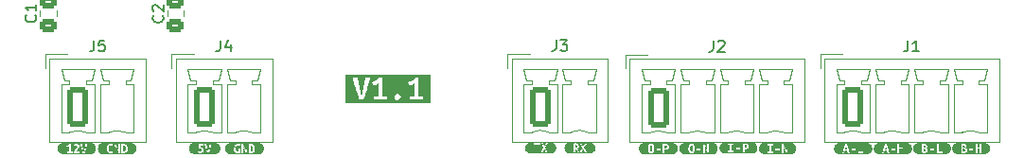
<source format=gbr>
%TF.GenerationSoftware,KiCad,Pcbnew,8.0.3*%
%TF.CreationDate,2024-08-02T17:34:24+01:00*%
%TF.ProjectId,FCPC Breakout PCB,46435043-2042-4726-9561-6b6f75742050,V1.1*%
%TF.SameCoordinates,Original*%
%TF.FileFunction,Legend,Top*%
%TF.FilePolarity,Positive*%
%FSLAX46Y46*%
G04 Gerber Fmt 4.6, Leading zero omitted, Abs format (unit mm)*
G04 Created by KiCad (PCBNEW 8.0.3) date 2024-08-02 17:34:24*
%MOMM*%
%LPD*%
G01*
G04 APERTURE LIST*
G04 Aperture macros list*
%AMRoundRect*
0 Rectangle with rounded corners*
0 $1 Rounding radius*
0 $2 $3 $4 $5 $6 $7 $8 $9 X,Y pos of 4 corners*
0 Add a 4 corners polygon primitive as box body*
4,1,4,$2,$3,$4,$5,$6,$7,$8,$9,$2,$3,0*
0 Add four circle primitives for the rounded corners*
1,1,$1+$1,$2,$3*
1,1,$1+$1,$4,$5*
1,1,$1+$1,$6,$7*
1,1,$1+$1,$8,$9*
0 Add four rect primitives between the rounded corners*
20,1,$1+$1,$2,$3,$4,$5,0*
20,1,$1+$1,$4,$5,$6,$7,0*
20,1,$1+$1,$6,$7,$8,$9,0*
20,1,$1+$1,$8,$9,$2,$3,0*%
G04 Aperture macros list end*
%ADD10C,0.150000*%
%ADD11C,0.000000*%
%ADD12C,0.120000*%
%ADD13RoundRect,0.250000X-0.650000X-1.550000X0.650000X-1.550000X0.650000X1.550000X-0.650000X1.550000X0*%
%ADD14O,1.800000X3.600000*%
%ADD15RoundRect,0.250000X-0.475000X0.337500X-0.475000X-0.337500X0.475000X-0.337500X0.475000X0.337500X0*%
%ADD16C,3.200000*%
%ADD17R,1.700000X1.700000*%
%ADD18O,1.700000X1.700000*%
G04 APERTURE END LIST*
D10*
X154883466Y-121512819D02*
X154883466Y-122227104D01*
X154883466Y-122227104D02*
X154835847Y-122369961D01*
X154835847Y-122369961D02*
X154740609Y-122465200D01*
X154740609Y-122465200D02*
X154597752Y-122512819D01*
X154597752Y-122512819D02*
X154502514Y-122512819D01*
X155264419Y-121512819D02*
X155883466Y-121512819D01*
X155883466Y-121512819D02*
X155550133Y-121893771D01*
X155550133Y-121893771D02*
X155692990Y-121893771D01*
X155692990Y-121893771D02*
X155788228Y-121941390D01*
X155788228Y-121941390D02*
X155835847Y-121989009D01*
X155835847Y-121989009D02*
X155883466Y-122084247D01*
X155883466Y-122084247D02*
X155883466Y-122322342D01*
X155883466Y-122322342D02*
X155835847Y-122417580D01*
X155835847Y-122417580D02*
X155788228Y-122465200D01*
X155788228Y-122465200D02*
X155692990Y-122512819D01*
X155692990Y-122512819D02*
X155407276Y-122512819D01*
X155407276Y-122512819D02*
X155312038Y-122465200D01*
X155312038Y-122465200D02*
X155264419Y-122417580D01*
X119678280Y-119325566D02*
X119725900Y-119373185D01*
X119725900Y-119373185D02*
X119773519Y-119516042D01*
X119773519Y-119516042D02*
X119773519Y-119611280D01*
X119773519Y-119611280D02*
X119725900Y-119754137D01*
X119725900Y-119754137D02*
X119630661Y-119849375D01*
X119630661Y-119849375D02*
X119535423Y-119896994D01*
X119535423Y-119896994D02*
X119344947Y-119944613D01*
X119344947Y-119944613D02*
X119202090Y-119944613D01*
X119202090Y-119944613D02*
X119011614Y-119896994D01*
X119011614Y-119896994D02*
X118916376Y-119849375D01*
X118916376Y-119849375D02*
X118821138Y-119754137D01*
X118821138Y-119754137D02*
X118773519Y-119611280D01*
X118773519Y-119611280D02*
X118773519Y-119516042D01*
X118773519Y-119516042D02*
X118821138Y-119373185D01*
X118821138Y-119373185D02*
X118868757Y-119325566D01*
X118868757Y-118944613D02*
X118821138Y-118896994D01*
X118821138Y-118896994D02*
X118773519Y-118801756D01*
X118773519Y-118801756D02*
X118773519Y-118563661D01*
X118773519Y-118563661D02*
X118821138Y-118468423D01*
X118821138Y-118468423D02*
X118868757Y-118420804D01*
X118868757Y-118420804D02*
X118963995Y-118373185D01*
X118963995Y-118373185D02*
X119059233Y-118373185D01*
X119059233Y-118373185D02*
X119202090Y-118420804D01*
X119202090Y-118420804D02*
X119773519Y-118992232D01*
X119773519Y-118992232D02*
X119773519Y-118373185D01*
X108299080Y-119274766D02*
X108346700Y-119322385D01*
X108346700Y-119322385D02*
X108394319Y-119465242D01*
X108394319Y-119465242D02*
X108394319Y-119560480D01*
X108394319Y-119560480D02*
X108346700Y-119703337D01*
X108346700Y-119703337D02*
X108251461Y-119798575D01*
X108251461Y-119798575D02*
X108156223Y-119846194D01*
X108156223Y-119846194D02*
X107965747Y-119893813D01*
X107965747Y-119893813D02*
X107822890Y-119893813D01*
X107822890Y-119893813D02*
X107632414Y-119846194D01*
X107632414Y-119846194D02*
X107537176Y-119798575D01*
X107537176Y-119798575D02*
X107441938Y-119703337D01*
X107441938Y-119703337D02*
X107394319Y-119560480D01*
X107394319Y-119560480D02*
X107394319Y-119465242D01*
X107394319Y-119465242D02*
X107441938Y-119322385D01*
X107441938Y-119322385D02*
X107489557Y-119274766D01*
X108394319Y-118322385D02*
X108394319Y-118893813D01*
X108394319Y-118608099D02*
X107394319Y-118608099D01*
X107394319Y-118608099D02*
X107537176Y-118703337D01*
X107537176Y-118703337D02*
X107632414Y-118798575D01*
X107632414Y-118798575D02*
X107680033Y-118893813D01*
X124855366Y-121545719D02*
X124855366Y-122260004D01*
X124855366Y-122260004D02*
X124807747Y-122402861D01*
X124807747Y-122402861D02*
X124712509Y-122498100D01*
X124712509Y-122498100D02*
X124569652Y-122545719D01*
X124569652Y-122545719D02*
X124474414Y-122545719D01*
X125760128Y-121879052D02*
X125760128Y-122545719D01*
X125522033Y-121498100D02*
X125283938Y-122212385D01*
X125283938Y-122212385D02*
X125902985Y-122212385D01*
X113526966Y-121545719D02*
X113526966Y-122260004D01*
X113526966Y-122260004D02*
X113479347Y-122402861D01*
X113479347Y-122402861D02*
X113384109Y-122498100D01*
X113384109Y-122498100D02*
X113241252Y-122545719D01*
X113241252Y-122545719D02*
X113146014Y-122545719D01*
X114479347Y-121545719D02*
X114003157Y-121545719D01*
X114003157Y-121545719D02*
X113955538Y-122021909D01*
X113955538Y-122021909D02*
X114003157Y-121974290D01*
X114003157Y-121974290D02*
X114098395Y-121926671D01*
X114098395Y-121926671D02*
X114336490Y-121926671D01*
X114336490Y-121926671D02*
X114431728Y-121974290D01*
X114431728Y-121974290D02*
X114479347Y-122021909D01*
X114479347Y-122021909D02*
X114526966Y-122117147D01*
X114526966Y-122117147D02*
X114526966Y-122355242D01*
X114526966Y-122355242D02*
X114479347Y-122450480D01*
X114479347Y-122450480D02*
X114431728Y-122498100D01*
X114431728Y-122498100D02*
X114336490Y-122545719D01*
X114336490Y-122545719D02*
X114098395Y-122545719D01*
X114098395Y-122545719D02*
X114003157Y-122498100D01*
X114003157Y-122498100D02*
X113955538Y-122450480D01*
X186368966Y-121545719D02*
X186368966Y-122260004D01*
X186368966Y-122260004D02*
X186321347Y-122402861D01*
X186321347Y-122402861D02*
X186226109Y-122498100D01*
X186226109Y-122498100D02*
X186083252Y-122545719D01*
X186083252Y-122545719D02*
X185988014Y-122545719D01*
X187368966Y-122545719D02*
X186797538Y-122545719D01*
X187083252Y-122545719D02*
X187083252Y-121545719D01*
X187083252Y-121545719D02*
X186988014Y-121688576D01*
X186988014Y-121688576D02*
X186892776Y-121783814D01*
X186892776Y-121783814D02*
X186797538Y-121831433D01*
X168949866Y-121563619D02*
X168949866Y-122277904D01*
X168949866Y-122277904D02*
X168902247Y-122420761D01*
X168902247Y-122420761D02*
X168807009Y-122516000D01*
X168807009Y-122516000D02*
X168664152Y-122563619D01*
X168664152Y-122563619D02*
X168568914Y-122563619D01*
X169378438Y-121658857D02*
X169426057Y-121611238D01*
X169426057Y-121611238D02*
X169521295Y-121563619D01*
X169521295Y-121563619D02*
X169759390Y-121563619D01*
X169759390Y-121563619D02*
X169854628Y-121611238D01*
X169854628Y-121611238D02*
X169902247Y-121658857D01*
X169902247Y-121658857D02*
X169949866Y-121754095D01*
X169949866Y-121754095D02*
X169949866Y-121849333D01*
X169949866Y-121849333D02*
X169902247Y-121992190D01*
X169902247Y-121992190D02*
X169330819Y-122563619D01*
X169330819Y-122563619D02*
X169949866Y-122563619D01*
D11*
%TO.C,kibuzzard-66AD0A64*%
G36*
X143669309Y-127169422D02*
G01*
X142996180Y-127169422D01*
X140708620Y-127169422D01*
X139765163Y-127169422D01*
X137267586Y-127169422D01*
X136708620Y-127169422D01*
X136035491Y-127169422D01*
X136035491Y-124864629D01*
X136708620Y-124864629D01*
X136745776Y-125045566D01*
X136799088Y-125271738D01*
X136841809Y-125441007D01*
X136888121Y-125617098D01*
X136938022Y-125800009D01*
X136990795Y-125986511D01*
X137045723Y-126173371D01*
X137102804Y-126360591D01*
X137187618Y-126627150D01*
X137267586Y-126864629D01*
X137677925Y-126864629D01*
X137739673Y-126692488D01*
X137799986Y-126516397D01*
X137858862Y-126336358D01*
X137915405Y-126155421D01*
X137968717Y-125976638D01*
X138018797Y-125800009D01*
X138087457Y-125542739D01*
X138148038Y-125297586D01*
X138151733Y-125281431D01*
X138437214Y-125281431D01*
X138566455Y-125610995D01*
X138763547Y-125531835D01*
X138970332Y-125417133D01*
X138970332Y-126535066D01*
X138550300Y-126535066D01*
X138550300Y-126864629D01*
X139765163Y-126864629D01*
X139765163Y-126609379D01*
X140417828Y-126609379D01*
X140442061Y-126733773D01*
X140506681Y-126824242D01*
X140598765Y-126880784D01*
X140708620Y-126900171D01*
X140908943Y-126825857D01*
X140996180Y-126609379D01*
X140908943Y-126399363D01*
X140708620Y-126325049D01*
X140598765Y-126344436D01*
X140506681Y-126399363D01*
X140442061Y-126488216D01*
X140417828Y-126609379D01*
X139765163Y-126609379D01*
X139765163Y-126535066D01*
X139367747Y-126535066D01*
X139367747Y-125281431D01*
X141668232Y-125281431D01*
X141797473Y-125610995D01*
X141994565Y-125531835D01*
X142201350Y-125417133D01*
X142201350Y-126535066D01*
X141781318Y-126535066D01*
X141781318Y-126864629D01*
X142996180Y-126864629D01*
X142996180Y-126535066D01*
X142598765Y-126535066D01*
X142598765Y-124864629D01*
X142327360Y-124864629D01*
X142188426Y-124990639D01*
X142017182Y-125106956D01*
X141836245Y-125207117D01*
X141668232Y-125281431D01*
X139367747Y-125281431D01*
X139367747Y-124864629D01*
X139096342Y-124864629D01*
X138957408Y-124990639D01*
X138786164Y-125106956D01*
X138605227Y-125207117D01*
X138437214Y-125281431D01*
X138151733Y-125281431D01*
X138200138Y-125069799D01*
X138243353Y-124864629D01*
X137826552Y-124864629D01*
X137797473Y-125032642D01*
X137761932Y-125226503D01*
X137721544Y-125436116D01*
X137677925Y-125651382D01*
X137631075Y-125867860D01*
X137580995Y-126081108D01*
X137529298Y-126281027D01*
X137477602Y-126457521D01*
X137425502Y-126278604D01*
X137372594Y-126077877D01*
X137320898Y-125864629D01*
X137272432Y-125648151D01*
X137227602Y-125433289D01*
X137186810Y-125224888D01*
X137152885Y-125032238D01*
X137128652Y-124864629D01*
X136708620Y-124864629D01*
X136035491Y-124864629D01*
X136035491Y-124595378D01*
X136708620Y-124595378D01*
X142996180Y-124595378D01*
X143669309Y-124595378D01*
X143669309Y-127169422D01*
G37*
%TO.C,kibuzzard-66AD0A40*%
G36*
X193299521Y-130708948D02*
G01*
X193396581Y-130738391D01*
X193486031Y-130786203D01*
X193564435Y-130850547D01*
X193628780Y-130928951D01*
X193676592Y-131018402D01*
X193706035Y-131115462D01*
X193715976Y-131216400D01*
X193706035Y-131317338D01*
X193676592Y-131414398D01*
X193628780Y-131503849D01*
X193564435Y-131582253D01*
X193486031Y-131646597D01*
X193396581Y-131694409D01*
X193299521Y-131723852D01*
X193198583Y-131733794D01*
X192929331Y-131733794D01*
X192195244Y-131733794D01*
X191340963Y-131733794D01*
X191118669Y-131733794D01*
X190849417Y-131733794D01*
X190748479Y-131723852D01*
X190651419Y-131694409D01*
X190561969Y-131646597D01*
X190483565Y-131582253D01*
X190419220Y-131503849D01*
X190371408Y-131414398D01*
X190341965Y-131317338D01*
X190332024Y-131216400D01*
X190341965Y-131115462D01*
X190371408Y-131018402D01*
X190419220Y-130928951D01*
X190483565Y-130850547D01*
X190513363Y-130826093D01*
X191118669Y-130826093D01*
X191118669Y-131602830D01*
X191174565Y-131613007D01*
X191231108Y-131620277D01*
X191287005Y-131624639D01*
X191340963Y-131626093D01*
X191404775Y-131623024D01*
X191451836Y-131615754D01*
X192399444Y-131615754D01*
X192558410Y-131615754D01*
X192558410Y-131262927D01*
X192770365Y-131262927D01*
X192770365Y-131615754D01*
X192929331Y-131615754D01*
X192929331Y-130815754D01*
X192770365Y-130815754D01*
X192770365Y-131131101D01*
X192558410Y-131131101D01*
X192558410Y-130815754D01*
X192399444Y-130815754D01*
X192399444Y-131615754D01*
X191451836Y-131615754D01*
X191464388Y-131613815D01*
X191518023Y-131597337D01*
X191563903Y-131572458D01*
X191630462Y-131494914D01*
X191648879Y-131440471D01*
X191655018Y-131374074D01*
X191653460Y-131362442D01*
X191841124Y-131362442D01*
X192195244Y-131362442D01*
X192195244Y-131206061D01*
X191841124Y-131206061D01*
X191841124Y-131362442D01*
X191653460Y-131362442D01*
X191647748Y-131319793D01*
X191625939Y-131268096D01*
X191583774Y-131222862D01*
X191515438Y-131187967D01*
X191589751Y-131118177D01*
X191610591Y-131071004D01*
X191617538Y-131017369D01*
X191605906Y-130942410D01*
X191561964Y-130874558D01*
X191472788Y-130825447D01*
X191407522Y-130811392D01*
X191325454Y-130806707D01*
X191218184Y-130812523D01*
X191118669Y-130826093D01*
X190513363Y-130826093D01*
X190561969Y-130786203D01*
X190651419Y-130738391D01*
X190748479Y-130708948D01*
X190849417Y-130699006D01*
X191118669Y-130699006D01*
X192929331Y-130699006D01*
X193198583Y-130699006D01*
X193299521Y-130708948D01*
G37*
G36*
X191461803Y-131290713D02*
G01*
X191498637Y-131374074D01*
X191485712Y-131431586D01*
X191452756Y-131466481D01*
X191406876Y-131483282D01*
X191353887Y-131487805D01*
X191314468Y-131486513D01*
X191277635Y-131482636D01*
X191277635Y-131265511D01*
X191362934Y-131265511D01*
X191461803Y-131290713D01*
G37*
G36*
X191392659Y-130948226D02*
G01*
X191428847Y-130961150D01*
X191453402Y-130988290D01*
X191462449Y-131034171D01*
X191431431Y-131107192D01*
X191339670Y-131133686D01*
X191277635Y-131133686D01*
X191277635Y-130950164D01*
X191312530Y-130946287D01*
X191350010Y-130944995D01*
X191392659Y-130948226D01*
G37*
D12*
%TO.C,J3*%
X150516800Y-122758000D02*
X152516800Y-122758000D01*
X150516800Y-124008000D02*
X150516800Y-122758000D01*
X150906800Y-123148000D02*
X150906800Y-130618000D01*
X150906800Y-130618000D02*
X159526800Y-130618000D01*
X151966800Y-124108000D02*
X154966800Y-124108000D01*
X151966800Y-125458000D02*
X152716800Y-125458000D01*
X151966800Y-129758000D02*
X151966800Y-125458000D01*
X152216800Y-125108000D02*
X151966800Y-124108000D01*
X152716800Y-125108000D02*
X152216800Y-125108000D01*
X152716800Y-125458000D02*
X152716800Y-125108000D01*
X152716800Y-129758000D02*
X151966800Y-129758000D01*
X154216800Y-125108000D02*
X154216800Y-125458000D01*
X154216800Y-125458000D02*
X154966800Y-125458000D01*
X154716800Y-125108000D02*
X154216800Y-125108000D01*
X154966800Y-124108000D02*
X154716800Y-125108000D01*
X154966800Y-125458000D02*
X154966800Y-129758000D01*
X154966800Y-129758000D02*
X154216800Y-129758000D01*
X155466800Y-124108000D02*
X158466800Y-124108000D01*
X155466800Y-125458000D02*
X156216800Y-125458000D01*
X155466800Y-129758000D02*
X155466800Y-125458000D01*
X155716800Y-125108000D02*
X155466800Y-124108000D01*
X156216800Y-125108000D02*
X155716800Y-125108000D01*
X156216800Y-125458000D02*
X156216800Y-125108000D01*
X156216800Y-129758000D02*
X155466800Y-129758000D01*
X157716800Y-125108000D02*
X157716800Y-125458000D01*
X157716800Y-125458000D02*
X158466800Y-125458000D01*
X158216800Y-125108000D02*
X157716800Y-125108000D01*
X158466800Y-124108000D02*
X158216800Y-125108000D01*
X158466800Y-125458000D02*
X158466800Y-129758000D01*
X158466800Y-129758000D02*
X157716800Y-129758000D01*
X159526800Y-123148000D02*
X150906800Y-123148000D01*
X159526800Y-130618000D02*
X159526800Y-123148000D01*
X152716800Y-129758000D02*
G75*
G02*
X154216447Y-129757844I750000J-1700000D01*
G01*
X156216800Y-129758000D02*
G75*
G02*
X157716447Y-129757844I750000J-1700000D01*
G01*
D11*
%TO.C,kibuzzard-6696DEDD*%
G36*
X127684976Y-130968904D02*
G01*
X127737964Y-131029001D01*
X127765105Y-131115592D01*
X127772859Y-131216400D01*
X127770436Y-131273427D01*
X127763166Y-131325608D01*
X127730856Y-131411553D01*
X127671406Y-131468419D01*
X127580291Y-131489098D01*
X127566074Y-131489098D01*
X127551858Y-131487805D01*
X127551858Y-130950164D01*
X127575121Y-130946933D01*
X127598385Y-130946287D01*
X127684976Y-130968904D01*
G37*
G36*
X128306113Y-130701342D02*
G01*
X128404627Y-130731226D01*
X128495418Y-130779755D01*
X128574998Y-130845064D01*
X128640306Y-130924643D01*
X128688835Y-131015435D01*
X128718719Y-131113949D01*
X128728810Y-131216400D01*
X128718719Y-131318851D01*
X128688835Y-131417365D01*
X128640306Y-131508157D01*
X128574998Y-131587736D01*
X128495418Y-131653045D01*
X128404627Y-131701574D01*
X128306113Y-131731458D01*
X128203662Y-131741548D01*
X127934410Y-131741548D01*
X127563490Y-131741548D01*
X127135703Y-131741548D01*
X126392569Y-131741548D01*
X126065590Y-131741548D01*
X125796338Y-131741548D01*
X125693887Y-131731458D01*
X125595373Y-131701574D01*
X125504582Y-131653045D01*
X125425002Y-131587736D01*
X125359694Y-131508157D01*
X125311165Y-131417365D01*
X125281281Y-131318851D01*
X125271190Y-131216400D01*
X126065590Y-131216400D01*
X126071406Y-131313492D01*
X126088853Y-131397983D01*
X126116963Y-131469712D01*
X126154766Y-131528516D01*
X126201777Y-131574397D01*
X126257512Y-131607353D01*
X126321325Y-131627224D01*
X126392569Y-131633847D01*
X126471567Y-131630616D01*
X126537964Y-131620923D01*
X126552718Y-131617046D01*
X126736349Y-131617046D01*
X126879806Y-131617046D01*
X126879806Y-131085867D01*
X126927841Y-131174540D01*
X126973721Y-131263070D01*
X127017448Y-131351457D01*
X127059020Y-131439843D01*
X127098438Y-131528373D01*
X127135703Y-131617046D01*
X127263651Y-131617046D01*
X127263651Y-130827385D01*
X127392892Y-130827385D01*
X127392892Y-131607999D01*
X127480129Y-131622862D01*
X127563490Y-131627385D01*
X127641519Y-131621731D01*
X127712763Y-131604768D01*
X127775929Y-131575528D01*
X127829725Y-131533040D01*
X127873506Y-131476658D01*
X127906624Y-131405738D01*
X127927464Y-131319308D01*
X127934410Y-131216400D01*
X127928110Y-131115754D01*
X127909208Y-131030940D01*
X127878998Y-130960826D01*
X127838772Y-130904284D01*
X127788530Y-130861150D01*
X127728271Y-130831263D01*
X127659612Y-130813815D01*
X127584168Y-130807999D01*
X127494992Y-130811877D01*
X127392892Y-130827385D01*
X127263651Y-130827385D01*
X127263651Y-130817046D01*
X127120194Y-130817046D01*
X127120194Y-131309453D01*
X127097415Y-131259049D01*
X127070436Y-131200891D01*
X127040065Y-131137886D01*
X127007108Y-131072943D01*
X126972375Y-131006868D01*
X126936672Y-130940471D01*
X126900485Y-130876335D01*
X126864297Y-130817046D01*
X126736349Y-130817046D01*
X126736349Y-131617046D01*
X126552718Y-131617046D01*
X126626494Y-131597660D01*
X126626494Y-131198306D01*
X126467528Y-131198306D01*
X126467528Y-131490390D01*
X126436511Y-131494268D01*
X126405493Y-131495560D01*
X126328271Y-131478597D01*
X126272375Y-131427709D01*
X126247245Y-131374074D01*
X126232167Y-131303637D01*
X126227141Y-131216400D01*
X126229887Y-131157111D01*
X126238126Y-131103314D01*
X126274313Y-131015431D01*
X126338288Y-130957919D01*
X126433926Y-130937240D01*
X126519225Y-130951457D01*
X126589015Y-130983767D01*
X126630372Y-130857111D01*
X126603877Y-130841602D01*
X126559289Y-130822216D01*
X126495315Y-130806061D01*
X126411955Y-130798953D01*
X126341842Y-130805576D01*
X126276252Y-130825447D01*
X126217124Y-130858565D01*
X126166397Y-130904930D01*
X126124717Y-130964219D01*
X126092730Y-131036109D01*
X126072375Y-131120277D01*
X126065590Y-131216400D01*
X125271190Y-131216400D01*
X125281281Y-131113949D01*
X125311165Y-131015435D01*
X125359694Y-130924643D01*
X125425002Y-130845064D01*
X125504582Y-130779755D01*
X125595373Y-130731226D01*
X125693887Y-130701342D01*
X125796338Y-130691252D01*
X126065590Y-130691252D01*
X127934410Y-130691252D01*
X128203662Y-130691252D01*
X128306113Y-130701342D01*
G37*
D12*
%TO.C,C2*%
X120107700Y-118897648D02*
X120107700Y-119420152D01*
X121577700Y-118897648D02*
X121577700Y-119420152D01*
%TO.C,C1*%
X108728500Y-118897648D02*
X108728500Y-119420152D01*
X110198500Y-118897648D02*
X110198500Y-119420152D01*
%TO.C,J4*%
X120488700Y-122790900D02*
X122488700Y-122790900D01*
X120488700Y-124040900D02*
X120488700Y-122790900D01*
X120878700Y-123180900D02*
X120878700Y-130650900D01*
X120878700Y-130650900D02*
X129498700Y-130650900D01*
X121938700Y-124140900D02*
X124938700Y-124140900D01*
X121938700Y-125490900D02*
X122688700Y-125490900D01*
X121938700Y-129790900D02*
X121938700Y-125490900D01*
X122188700Y-125140900D02*
X121938700Y-124140900D01*
X122688700Y-125140900D02*
X122188700Y-125140900D01*
X122688700Y-125490900D02*
X122688700Y-125140900D01*
X122688700Y-129790900D02*
X121938700Y-129790900D01*
X124188700Y-125140900D02*
X124188700Y-125490900D01*
X124188700Y-125490900D02*
X124938700Y-125490900D01*
X124688700Y-125140900D02*
X124188700Y-125140900D01*
X124938700Y-124140900D02*
X124688700Y-125140900D01*
X124938700Y-125490900D02*
X124938700Y-129790900D01*
X124938700Y-129790900D02*
X124188700Y-129790900D01*
X125438700Y-124140900D02*
X128438700Y-124140900D01*
X125438700Y-125490900D02*
X126188700Y-125490900D01*
X125438700Y-129790900D02*
X125438700Y-125490900D01*
X125688700Y-125140900D02*
X125438700Y-124140900D01*
X126188700Y-125140900D02*
X125688700Y-125140900D01*
X126188700Y-125490900D02*
X126188700Y-125140900D01*
X126188700Y-129790900D02*
X125438700Y-129790900D01*
X127688700Y-125140900D02*
X127688700Y-125490900D01*
X127688700Y-125490900D02*
X128438700Y-125490900D01*
X128188700Y-125140900D02*
X127688700Y-125140900D01*
X128438700Y-124140900D02*
X128188700Y-125140900D01*
X128438700Y-125490900D02*
X128438700Y-129790900D01*
X128438700Y-129790900D02*
X127688700Y-129790900D01*
X129498700Y-123180900D02*
X120878700Y-123180900D01*
X129498700Y-130650900D02*
X129498700Y-123180900D01*
X122688700Y-129790900D02*
G75*
G02*
X124188347Y-129790744I750000J-1700000D01*
G01*
X126188700Y-129790900D02*
G75*
G02*
X127688347Y-129790744I750000J-1700000D01*
G01*
D11*
%TO.C,kibuzzard-6696E01E*%
G36*
X164721568Y-130953557D02*
G01*
X164765995Y-130975366D01*
X164794589Y-131014623D01*
X164804121Y-131074235D01*
X164794428Y-131137079D01*
X164765349Y-131178274D01*
X164717206Y-131201053D01*
X164650324Y-131208646D01*
X164585704Y-131208646D01*
X164585704Y-130950164D01*
X164625122Y-130946933D01*
X164664541Y-130946287D01*
X164721568Y-130953557D01*
G37*
G36*
X163453555Y-130959211D02*
G01*
X163491681Y-131018662D01*
X163509775Y-131107192D01*
X163513168Y-131160019D01*
X163514299Y-131216400D01*
X163513168Y-131272620D01*
X163509775Y-131324962D01*
X163491681Y-131413492D01*
X163452909Y-131473589D01*
X163387643Y-131495560D01*
X163321730Y-131473589D01*
X163283604Y-131414138D01*
X163265510Y-131325608D01*
X163262118Y-131272781D01*
X163260987Y-131216400D01*
X163262118Y-131160180D01*
X163265510Y-131107838D01*
X163283604Y-131019308D01*
X163321730Y-130959211D01*
X163387643Y-130937240D01*
X163453555Y-130959211D01*
G37*
G36*
X165338667Y-130701342D02*
G01*
X165437181Y-130731226D01*
X165527972Y-130779755D01*
X165607551Y-130845064D01*
X165672860Y-130924643D01*
X165721389Y-131015435D01*
X165751273Y-131113949D01*
X165761364Y-131216400D01*
X165751273Y-131318851D01*
X165721389Y-131417365D01*
X165672860Y-131508157D01*
X165607551Y-131587736D01*
X165527972Y-131653045D01*
X165437181Y-131701574D01*
X165338667Y-131731458D01*
X165236216Y-131741548D01*
X164966964Y-131741548D01*
X164585704Y-131741548D01*
X164210906Y-131741548D01*
X163388935Y-131741548D01*
X163099436Y-131741548D01*
X162830184Y-131741548D01*
X162727733Y-131731458D01*
X162629219Y-131701574D01*
X162538428Y-131653045D01*
X162458849Y-131587736D01*
X162393540Y-131508157D01*
X162345011Y-131417365D01*
X162315127Y-131318851D01*
X162305036Y-131216400D01*
X163099436Y-131216400D01*
X163104080Y-131313452D01*
X163118014Y-131397822D01*
X163141237Y-131469510D01*
X163173749Y-131528516D01*
X163230687Y-131587034D01*
X163302416Y-131622144D01*
X163388935Y-131633847D01*
X163473372Y-131622144D01*
X163544024Y-131587034D01*
X163600890Y-131528516D01*
X163633685Y-131469510D01*
X163657110Y-131397822D01*
X163662788Y-131363734D01*
X163856786Y-131363734D01*
X164210906Y-131363734D01*
X164210906Y-131207353D01*
X163856786Y-131207353D01*
X163856786Y-131363734D01*
X163662788Y-131363734D01*
X163671164Y-131313452D01*
X163675849Y-131216400D01*
X163671245Y-131119348D01*
X163657433Y-131034978D01*
X163634412Y-130963290D01*
X163602182Y-130904284D01*
X163545604Y-130845766D01*
X163508165Y-130827385D01*
X164426738Y-130827385D01*
X164426738Y-131617046D01*
X164585704Y-131617046D01*
X164585704Y-131346933D01*
X164642570Y-131346933D01*
X164738136Y-131339825D01*
X164818050Y-131318500D01*
X164882311Y-131282959D01*
X164929341Y-131231478D01*
X164957558Y-131162334D01*
X164966964Y-131075528D01*
X164957630Y-130989583D01*
X164929628Y-130921300D01*
X164882958Y-130870681D01*
X164819343Y-130835858D01*
X164740506Y-130814964D01*
X164646447Y-130807999D01*
X164596043Y-130809292D01*
X164537885Y-130812523D01*
X164479080Y-130818339D01*
X164426738Y-130827385D01*
X163508165Y-130827385D01*
X163474090Y-130810656D01*
X163387643Y-130798953D01*
X163303780Y-130810656D01*
X163233128Y-130845766D01*
X163175688Y-130904284D01*
X163142328Y-130963290D01*
X163118499Y-131034978D01*
X163104202Y-131119348D01*
X163099436Y-131216400D01*
X162305036Y-131216400D01*
X162315127Y-131113949D01*
X162345011Y-131015435D01*
X162393540Y-130924643D01*
X162458849Y-130845064D01*
X162538428Y-130779755D01*
X162629219Y-130731226D01*
X162727733Y-130701342D01*
X162830184Y-130691252D01*
X163099436Y-130691252D01*
X164966964Y-130691252D01*
X165236216Y-130691252D01*
X165338667Y-130701342D01*
G37*
%TO.C,kibuzzard-6696E054*%
G36*
X175974184Y-130718455D02*
G01*
X176069425Y-130747346D01*
X176157200Y-130794262D01*
X176234135Y-130857401D01*
X176297274Y-130934337D01*
X176344191Y-131022111D01*
X176373082Y-131117353D01*
X176382837Y-131216400D01*
X176373082Y-131315447D01*
X176344191Y-131410689D01*
X176297274Y-131498463D01*
X176234135Y-131575399D01*
X176157200Y-131638538D01*
X176069425Y-131685454D01*
X175974184Y-131714345D01*
X175875136Y-131724101D01*
X175605885Y-131724101D01*
X175477937Y-131724101D01*
X174873090Y-131724101D01*
X173796515Y-131724101D01*
X173527264Y-131724101D01*
X173428216Y-131714345D01*
X173332975Y-131685454D01*
X173245200Y-131638538D01*
X173168265Y-131575399D01*
X173105126Y-131498463D01*
X173058209Y-131410689D01*
X173029318Y-131315447D01*
X173019563Y-131216400D01*
X173029318Y-131117353D01*
X173058209Y-131022111D01*
X173097702Y-130948226D01*
X173796515Y-130948226D01*
X173970990Y-130948226D01*
X173970990Y-131484574D01*
X173796515Y-131484574D01*
X173796515Y-131616400D01*
X174304431Y-131616400D01*
X175078583Y-131616400D01*
X175222040Y-131616400D01*
X175222040Y-131085221D01*
X175270075Y-131173894D01*
X175315955Y-131262424D01*
X175359681Y-131350810D01*
X175401254Y-131439197D01*
X175440672Y-131527727D01*
X175477937Y-131616400D01*
X175605885Y-131616400D01*
X175605885Y-130816400D01*
X175462428Y-130816400D01*
X175462428Y-131308807D01*
X175439649Y-131258403D01*
X175412670Y-131200245D01*
X175382299Y-131137240D01*
X175349342Y-131072297D01*
X175314609Y-131006222D01*
X175278906Y-130939825D01*
X175242719Y-130875689D01*
X175206531Y-130816400D01*
X175078583Y-130816400D01*
X175078583Y-131616400D01*
X174304431Y-131616400D01*
X174304431Y-131484574D01*
X174131248Y-131484574D01*
X174131248Y-131363088D01*
X174518971Y-131363088D01*
X174873090Y-131363088D01*
X174873090Y-131206707D01*
X174518971Y-131206707D01*
X174518971Y-131363088D01*
X174131248Y-131363088D01*
X174131248Y-130948226D01*
X174304431Y-130948226D01*
X174304431Y-130816400D01*
X173796515Y-130816400D01*
X173796515Y-130948226D01*
X173097702Y-130948226D01*
X173105126Y-130934337D01*
X173168265Y-130857401D01*
X173245200Y-130794262D01*
X173332975Y-130747346D01*
X173428216Y-130718455D01*
X173527264Y-130708699D01*
X173796515Y-130708699D01*
X175605885Y-130708699D01*
X175875136Y-130708699D01*
X175974184Y-130718455D01*
G37*
%TO.C,kibuzzard-6696DFAD*%
G36*
X180854046Y-131057434D02*
G01*
X180874724Y-131137563D01*
X180892172Y-131217046D01*
X180907681Y-131299760D01*
X180751300Y-131299760D01*
X180767455Y-131217046D01*
X180785548Y-131137563D01*
X180806227Y-131057434D01*
X180830136Y-130971489D01*
X180854046Y-131057434D01*
G37*
G36*
X182763540Y-130718455D02*
G01*
X182858781Y-130747346D01*
X182946556Y-130794262D01*
X183023491Y-130857401D01*
X183086630Y-130934337D01*
X183133547Y-131022111D01*
X183162438Y-131117353D01*
X183172193Y-131216400D01*
X183162438Y-131315447D01*
X183133547Y-131410689D01*
X183086630Y-131498463D01*
X183023491Y-131575399D01*
X182946556Y-131638538D01*
X182858781Y-131685454D01*
X182763540Y-131714345D01*
X182664493Y-131724101D01*
X182395241Y-131724101D01*
X181654692Y-131724101D01*
X180972301Y-131724101D01*
X180519959Y-131724101D01*
X180250707Y-131724101D01*
X180151660Y-131714345D01*
X180056419Y-131685454D01*
X179968644Y-131638538D01*
X179941669Y-131616400D01*
X180519959Y-131616400D01*
X180685387Y-131616400D01*
X180721574Y-131431586D01*
X180934821Y-131431586D01*
X180972301Y-131616400D01*
X181142899Y-131616400D01*
X181892495Y-131616400D01*
X182395241Y-131616400D01*
X182395241Y-131484574D01*
X182052753Y-131484574D01*
X182052753Y-130816400D01*
X181892495Y-130816400D01*
X181892495Y-131616400D01*
X181142899Y-131616400D01*
X181121574Y-131525699D01*
X181099991Y-131437634D01*
X181080931Y-131363088D01*
X181300573Y-131363088D01*
X181654692Y-131363088D01*
X181654692Y-131206707D01*
X181300573Y-131206707D01*
X181300573Y-131363088D01*
X181080931Y-131363088D01*
X181078149Y-131352206D01*
X181056049Y-131269415D01*
X181033690Y-131189259D01*
X181005540Y-131092046D01*
X180977309Y-130997499D01*
X180948997Y-130905616D01*
X180920605Y-130816400D01*
X180747422Y-130816400D01*
X180720039Y-130904889D01*
X180692172Y-130995883D01*
X180663820Y-131089381D01*
X180634983Y-131185382D01*
X180611771Y-131264865D01*
X180588663Y-131347709D01*
X180565658Y-131433912D01*
X180542757Y-131523476D01*
X180519959Y-131616400D01*
X179941669Y-131616400D01*
X179891709Y-131575399D01*
X179828570Y-131498463D01*
X179781653Y-131410689D01*
X179752762Y-131315447D01*
X179743007Y-131216400D01*
X179752762Y-131117353D01*
X179781653Y-131022111D01*
X179828570Y-130934337D01*
X179891709Y-130857401D01*
X179968644Y-130794262D01*
X180056419Y-130747346D01*
X180151660Y-130718455D01*
X180250707Y-130708699D01*
X180519959Y-130708699D01*
X182395241Y-130708699D01*
X182664493Y-130708699D01*
X182763540Y-130718455D01*
G37*
D12*
%TO.C,J5*%
X109160300Y-122790900D02*
X111160300Y-122790900D01*
X109160300Y-124040900D02*
X109160300Y-122790900D01*
X109550300Y-123180900D02*
X109550300Y-130650900D01*
X109550300Y-130650900D02*
X118170300Y-130650900D01*
X110610300Y-124140900D02*
X113610300Y-124140900D01*
X110610300Y-125490900D02*
X111360300Y-125490900D01*
X110610300Y-129790900D02*
X110610300Y-125490900D01*
X110860300Y-125140900D02*
X110610300Y-124140900D01*
X111360300Y-125140900D02*
X110860300Y-125140900D01*
X111360300Y-125490900D02*
X111360300Y-125140900D01*
X111360300Y-129790900D02*
X110610300Y-129790900D01*
X112860300Y-125140900D02*
X112860300Y-125490900D01*
X112860300Y-125490900D02*
X113610300Y-125490900D01*
X113360300Y-125140900D02*
X112860300Y-125140900D01*
X113610300Y-124140900D02*
X113360300Y-125140900D01*
X113610300Y-125490900D02*
X113610300Y-129790900D01*
X113610300Y-129790900D02*
X112860300Y-129790900D01*
X114110300Y-124140900D02*
X117110300Y-124140900D01*
X114110300Y-125490900D02*
X114860300Y-125490900D01*
X114110300Y-129790900D02*
X114110300Y-125490900D01*
X114360300Y-125140900D02*
X114110300Y-124140900D01*
X114860300Y-125140900D02*
X114360300Y-125140900D01*
X114860300Y-125490900D02*
X114860300Y-125140900D01*
X114860300Y-129790900D02*
X114110300Y-129790900D01*
X116360300Y-125140900D02*
X116360300Y-125490900D01*
X116360300Y-125490900D02*
X117110300Y-125490900D01*
X116860300Y-125140900D02*
X116360300Y-125140900D01*
X117110300Y-124140900D02*
X116860300Y-125140900D01*
X117110300Y-125490900D02*
X117110300Y-129790900D01*
X117110300Y-129790900D02*
X116360300Y-129790900D01*
X118170300Y-123180900D02*
X109550300Y-123180900D01*
X118170300Y-130650900D02*
X118170300Y-123180900D01*
X111360300Y-129790900D02*
G75*
G02*
X112859947Y-129790744I750000J-1700000D01*
G01*
X114860300Y-129790900D02*
G75*
G02*
X116359947Y-129790744I750000J-1700000D01*
G01*
D11*
%TO.C,kibuzzard-6696DF0D*%
G36*
X124429770Y-130710216D02*
G01*
X124526587Y-130739585D01*
X124615814Y-130787278D01*
X124694022Y-130851461D01*
X124758206Y-130929670D01*
X124805899Y-131018897D01*
X124835268Y-131115714D01*
X124845185Y-131216400D01*
X124835268Y-131317086D01*
X124805899Y-131413903D01*
X124758206Y-131503130D01*
X124694022Y-131581339D01*
X124615814Y-131645522D01*
X124526587Y-131693215D01*
X124429770Y-131722584D01*
X124329083Y-131732501D01*
X124059832Y-131732501D01*
X123669525Y-131732501D01*
X123044000Y-131732501D01*
X122828168Y-131732501D01*
X122558917Y-131732501D01*
X122458230Y-131722584D01*
X122361413Y-131693215D01*
X122272186Y-131645522D01*
X122196543Y-131583444D01*
X122828168Y-131583444D01*
X122865002Y-131597660D01*
X122918637Y-131611230D01*
X122980672Y-131620923D01*
X123044000Y-131624801D01*
X123117990Y-131619954D01*
X123182288Y-131605415D01*
X123236892Y-131582151D01*
X123281803Y-131551133D01*
X123341254Y-131469066D01*
X123360640Y-131366319D01*
X123351880Y-131291360D01*
X123325601Y-131228462D01*
X123281803Y-131177628D01*
X123220198Y-131139143D01*
X123140500Y-131113295D01*
X123042708Y-131100083D01*
X123049170Y-131026416D01*
X123055632Y-130939825D01*
X123330914Y-130939825D01*
X123330914Y-130807999D01*
X123445939Y-130807999D01*
X123460801Y-130880374D01*
X123482126Y-130970843D01*
X123499215Y-131038550D01*
X123517739Y-131108987D01*
X123537700Y-131182151D01*
X123558809Y-131256752D01*
X123580780Y-131331496D01*
X123603612Y-131406384D01*
X123637538Y-131513007D01*
X123669525Y-131607999D01*
X123833661Y-131607999D01*
X123858360Y-131539143D01*
X123882485Y-131468707D01*
X123906036Y-131396691D01*
X123928653Y-131324316D01*
X123949977Y-131252803D01*
X123970010Y-131182151D01*
X123997473Y-131079243D01*
X124021706Y-130981182D01*
X124042546Y-130890067D01*
X124059832Y-130807999D01*
X123893111Y-130807999D01*
X123881480Y-130875205D01*
X123867263Y-130952749D01*
X123851108Y-131036594D01*
X123833661Y-131122700D01*
X123814921Y-131209292D01*
X123794889Y-131294591D01*
X123774210Y-131374558D01*
X123753532Y-131445156D01*
X123732691Y-131373589D01*
X123711528Y-131293298D01*
X123690850Y-131207999D01*
X123671464Y-131121408D01*
X123653532Y-131035463D01*
X123637215Y-130952103D01*
X123623645Y-130875043D01*
X123613952Y-130807999D01*
X123445939Y-130807999D01*
X123330914Y-130807999D01*
X122922514Y-130807999D01*
X122917667Y-130906707D01*
X122910882Y-131008969D01*
X122901835Y-131114138D01*
X122890204Y-131221570D01*
X122979057Y-131224316D01*
X123049170Y-131232555D01*
X123142869Y-131263573D01*
X123186811Y-131311392D01*
X123197796Y-131372781D01*
X123191334Y-131415431D01*
X123167425Y-131452264D01*
X123119606Y-131478759D01*
X123042708Y-131489098D01*
X122982288Y-131486190D01*
X122932853Y-131477466D01*
X122860478Y-131451618D01*
X122828168Y-131583444D01*
X122196543Y-131583444D01*
X122193978Y-131581339D01*
X122129794Y-131503130D01*
X122082101Y-131413903D01*
X122052732Y-131317086D01*
X122042815Y-131216400D01*
X122052732Y-131115714D01*
X122082101Y-131018897D01*
X122129794Y-130929670D01*
X122193978Y-130851461D01*
X122272186Y-130787278D01*
X122361413Y-130739585D01*
X122458230Y-130710216D01*
X122558917Y-130700299D01*
X122828168Y-130700299D01*
X124059832Y-130700299D01*
X124329083Y-130700299D01*
X124429770Y-130710216D01*
G37*
D12*
%TO.C,J1*%
X178502300Y-122790900D02*
X180502300Y-122790900D01*
X178502300Y-124040900D02*
X178502300Y-122790900D01*
X178892300Y-123180900D02*
X178892300Y-130650900D01*
X178892300Y-130650900D02*
X194512300Y-130650900D01*
X179952300Y-124140900D02*
X182952300Y-124140900D01*
X179952300Y-125490900D02*
X180702300Y-125490900D01*
X179952300Y-129790900D02*
X179952300Y-125490900D01*
X180202300Y-125140900D02*
X179952300Y-124140900D01*
X180702300Y-125140900D02*
X180202300Y-125140900D01*
X180702300Y-125490900D02*
X180702300Y-125140900D01*
X180702300Y-129790900D02*
X179952300Y-129790900D01*
X182202300Y-125140900D02*
X182202300Y-125490900D01*
X182202300Y-125490900D02*
X182952300Y-125490900D01*
X182702300Y-125140900D02*
X182202300Y-125140900D01*
X182952300Y-124140900D02*
X182702300Y-125140900D01*
X182952300Y-125490900D02*
X182952300Y-129790900D01*
X182952300Y-129790900D02*
X182202300Y-129790900D01*
X183452300Y-124140900D02*
X186452300Y-124140900D01*
X183452300Y-125490900D02*
X184202300Y-125490900D01*
X183452300Y-129790900D02*
X183452300Y-125490900D01*
X183702300Y-125140900D02*
X183452300Y-124140900D01*
X184202300Y-125140900D02*
X183702300Y-125140900D01*
X184202300Y-125490900D02*
X184202300Y-125140900D01*
X184202300Y-129790900D02*
X183452300Y-129790900D01*
X185702300Y-125140900D02*
X185702300Y-125490900D01*
X185702300Y-125490900D02*
X186452300Y-125490900D01*
X186202300Y-125140900D02*
X185702300Y-125140900D01*
X186452300Y-124140900D02*
X186202300Y-125140900D01*
X186452300Y-125490900D02*
X186452300Y-129790900D01*
X186452300Y-129790900D02*
X185702300Y-129790900D01*
X186952300Y-124140900D02*
X189952300Y-124140900D01*
X186952300Y-125490900D02*
X187702300Y-125490900D01*
X186952300Y-129790900D02*
X186952300Y-125490900D01*
X187202300Y-125140900D02*
X186952300Y-124140900D01*
X187702300Y-125140900D02*
X187202300Y-125140900D01*
X187702300Y-125490900D02*
X187702300Y-125140900D01*
X187702300Y-129790900D02*
X186952300Y-129790900D01*
X189202300Y-125140900D02*
X189202300Y-125490900D01*
X189202300Y-125490900D02*
X189952300Y-125490900D01*
X189702300Y-125140900D02*
X189202300Y-125140900D01*
X189952300Y-124140900D02*
X189702300Y-125140900D01*
X189952300Y-125490900D02*
X189952300Y-129790900D01*
X189952300Y-129790900D02*
X189202300Y-129790900D01*
X190452300Y-124140900D02*
X193452300Y-124140900D01*
X190452300Y-125490900D02*
X191202300Y-125490900D01*
X190452300Y-129790900D02*
X190452300Y-125490900D01*
X190702300Y-125140900D02*
X190452300Y-124140900D01*
X191202300Y-125140900D02*
X190702300Y-125140900D01*
X191202300Y-125490900D02*
X191202300Y-125140900D01*
X191202300Y-129790900D02*
X190452300Y-129790900D01*
X192702300Y-125140900D02*
X192702300Y-125490900D01*
X192702300Y-125490900D02*
X193452300Y-125490900D01*
X193202300Y-125140900D02*
X192702300Y-125140900D01*
X193452300Y-124140900D02*
X193202300Y-125140900D01*
X193452300Y-125490900D02*
X193452300Y-129790900D01*
X193452300Y-129790900D02*
X192702300Y-129790900D01*
X194512300Y-123180900D02*
X178892300Y-123180900D01*
X194512300Y-130650900D02*
X194512300Y-123180900D01*
X180702300Y-129790900D02*
G75*
G02*
X182201947Y-129790744I750000J-1700000D01*
G01*
X184202300Y-129790900D02*
G75*
G02*
X185701947Y-129790744I750000J-1700000D01*
G01*
X187702300Y-129790900D02*
G75*
G02*
X189201947Y-129790744I750000J-1700000D01*
G01*
X191202300Y-129790900D02*
G75*
G02*
X192701947Y-129790744I750000J-1700000D01*
G01*
D11*
%TO.C,kibuzzard-6696DEDD*%
G36*
X116305776Y-130968904D02*
G01*
X116358764Y-131029001D01*
X116385905Y-131115592D01*
X116393659Y-131216400D01*
X116391236Y-131273427D01*
X116383966Y-131325608D01*
X116351656Y-131411553D01*
X116292206Y-131468419D01*
X116201091Y-131489098D01*
X116186874Y-131489098D01*
X116172658Y-131487805D01*
X116172658Y-130950164D01*
X116195921Y-130946933D01*
X116219185Y-130946287D01*
X116305776Y-130968904D01*
G37*
G36*
X116926913Y-130701342D02*
G01*
X117025427Y-130731226D01*
X117116218Y-130779755D01*
X117195798Y-130845064D01*
X117261106Y-130924643D01*
X117309635Y-131015435D01*
X117339519Y-131113949D01*
X117349610Y-131216400D01*
X117339519Y-131318851D01*
X117309635Y-131417365D01*
X117261106Y-131508157D01*
X117195798Y-131587736D01*
X117116218Y-131653045D01*
X117025427Y-131701574D01*
X116926913Y-131731458D01*
X116824462Y-131741548D01*
X116555210Y-131741548D01*
X116184290Y-131741548D01*
X115756503Y-131741548D01*
X115013369Y-131741548D01*
X114686390Y-131741548D01*
X114417138Y-131741548D01*
X114314687Y-131731458D01*
X114216173Y-131701574D01*
X114125382Y-131653045D01*
X114045802Y-131587736D01*
X113980494Y-131508157D01*
X113931965Y-131417365D01*
X113902081Y-131318851D01*
X113891990Y-131216400D01*
X114686390Y-131216400D01*
X114692206Y-131313492D01*
X114709653Y-131397983D01*
X114737763Y-131469712D01*
X114775566Y-131528516D01*
X114822577Y-131574397D01*
X114878312Y-131607353D01*
X114942125Y-131627224D01*
X115013369Y-131633847D01*
X115092367Y-131630616D01*
X115158764Y-131620923D01*
X115173518Y-131617046D01*
X115357149Y-131617046D01*
X115500606Y-131617046D01*
X115500606Y-131085867D01*
X115548641Y-131174540D01*
X115594521Y-131263070D01*
X115638248Y-131351457D01*
X115679820Y-131439843D01*
X115719238Y-131528373D01*
X115756503Y-131617046D01*
X115884451Y-131617046D01*
X115884451Y-130827385D01*
X116013692Y-130827385D01*
X116013692Y-131607999D01*
X116100929Y-131622862D01*
X116184290Y-131627385D01*
X116262319Y-131621731D01*
X116333563Y-131604768D01*
X116396729Y-131575528D01*
X116450525Y-131533040D01*
X116494306Y-131476658D01*
X116527424Y-131405738D01*
X116548264Y-131319308D01*
X116555210Y-131216400D01*
X116548910Y-131115754D01*
X116530008Y-131030940D01*
X116499798Y-130960826D01*
X116459572Y-130904284D01*
X116409330Y-130861150D01*
X116349071Y-130831263D01*
X116280412Y-130813815D01*
X116204968Y-130807999D01*
X116115792Y-130811877D01*
X116013692Y-130827385D01*
X115884451Y-130827385D01*
X115884451Y-130817046D01*
X115740994Y-130817046D01*
X115740994Y-131309453D01*
X115718215Y-131259049D01*
X115691236Y-131200891D01*
X115660865Y-131137886D01*
X115627908Y-131072943D01*
X115593175Y-131006868D01*
X115557472Y-130940471D01*
X115521285Y-130876335D01*
X115485097Y-130817046D01*
X115357149Y-130817046D01*
X115357149Y-131617046D01*
X115173518Y-131617046D01*
X115247294Y-131597660D01*
X115247294Y-131198306D01*
X115088328Y-131198306D01*
X115088328Y-131490390D01*
X115057311Y-131494268D01*
X115026293Y-131495560D01*
X114949071Y-131478597D01*
X114893175Y-131427709D01*
X114868045Y-131374074D01*
X114852967Y-131303637D01*
X114847941Y-131216400D01*
X114850687Y-131157111D01*
X114858926Y-131103314D01*
X114895113Y-131015431D01*
X114959088Y-130957919D01*
X115054726Y-130937240D01*
X115140025Y-130951457D01*
X115209815Y-130983767D01*
X115251172Y-130857111D01*
X115224677Y-130841602D01*
X115180089Y-130822216D01*
X115116115Y-130806061D01*
X115032755Y-130798953D01*
X114962642Y-130805576D01*
X114897052Y-130825447D01*
X114837924Y-130858565D01*
X114787197Y-130904930D01*
X114745517Y-130964219D01*
X114713530Y-131036109D01*
X114693175Y-131120277D01*
X114686390Y-131216400D01*
X113891990Y-131216400D01*
X113902081Y-131113949D01*
X113931965Y-131015435D01*
X113980494Y-130924643D01*
X114045802Y-130845064D01*
X114125382Y-130779755D01*
X114216173Y-130731226D01*
X114314687Y-130701342D01*
X114417138Y-130691252D01*
X114686390Y-130691252D01*
X116555210Y-130691252D01*
X116824462Y-130691252D01*
X116926913Y-130701342D01*
G37*
%TO.C,kibuzzard-6696DF63*%
G36*
X156682574Y-130906795D02*
G01*
X156727485Y-130929089D01*
X156756564Y-130967216D01*
X156766257Y-131022143D01*
X156730070Y-131111965D01*
X156682574Y-131135713D01*
X156612461Y-131143629D01*
X156577566Y-131143629D01*
X156577566Y-130903241D01*
X156603414Y-130900010D01*
X156625385Y-130899364D01*
X156682574Y-130906795D01*
G37*
G36*
X157996182Y-130663218D02*
G01*
X158092271Y-130692367D01*
X158180828Y-130739701D01*
X158258449Y-130803403D01*
X158322151Y-130881024D01*
X158369485Y-130969580D01*
X158398634Y-131065670D01*
X158408476Y-131165600D01*
X158398634Y-131265530D01*
X158369485Y-131361620D01*
X158322151Y-131450176D01*
X158258449Y-131527797D01*
X158180828Y-131591499D01*
X158092271Y-131638833D01*
X157996182Y-131667982D01*
X157896252Y-131677824D01*
X157627000Y-131677824D01*
X157455110Y-131677824D01*
X156980797Y-131677824D01*
X156418600Y-131677824D01*
X156149348Y-131677824D01*
X156049418Y-131667982D01*
X155953329Y-131638833D01*
X155864772Y-131591499D01*
X155787151Y-131527797D01*
X155723449Y-131450176D01*
X155676115Y-131361620D01*
X155646966Y-131265530D01*
X155637124Y-131165600D01*
X155646966Y-131065670D01*
X155676115Y-130969580D01*
X155723449Y-130881024D01*
X155787151Y-130803403D01*
X155813529Y-130781755D01*
X156418600Y-130781755D01*
X156418600Y-131570123D01*
X156577566Y-131570123D01*
X156577566Y-131275455D01*
X156660280Y-131275455D01*
X156704060Y-131348637D01*
X156744932Y-131420850D01*
X156781928Y-131494033D01*
X156814076Y-131570123D01*
X156980797Y-131570123D01*
X157009230Y-131570123D01*
X157181120Y-131570123D01*
X157210845Y-131500172D01*
X157245740Y-131422143D01*
X157283220Y-131341529D01*
X157320700Y-131263823D01*
X157358664Y-131343952D01*
X157395013Y-131424081D01*
X157427808Y-131500657D01*
X157455110Y-131570123D01*
X157627000Y-131570123D01*
X157592105Y-131485471D01*
X157568357Y-131433774D01*
X157541055Y-131378201D01*
X157510845Y-131319881D01*
X157478374Y-131259946D01*
X157444448Y-131200495D01*
X157409876Y-131143629D01*
X157614076Y-130770123D01*
X157453818Y-130770123D01*
X157320700Y-131026020D01*
X157194044Y-130770123D01*
X157022154Y-130770123D01*
X157231524Y-131147506D01*
X157199860Y-131204211D01*
X157166903Y-131263177D01*
X157134109Y-131322466D01*
X157102929Y-131380140D01*
X157073850Y-131435067D01*
X157047356Y-131486117D01*
X157009230Y-131570123D01*
X156980797Y-131570123D01*
X156943963Y-131485471D01*
X156899375Y-131396295D01*
X156851556Y-131310996D01*
X156805029Y-131236682D01*
X156861572Y-131200172D01*
X156899375Y-131150091D01*
X156920700Y-131089994D01*
X156927808Y-131023435D01*
X156922477Y-130960592D01*
X156906483Y-130906472D01*
X156845094Y-130824405D01*
X156801152Y-130796295D01*
X156749456Y-130776585D01*
X156690651Y-130764954D01*
X156625385Y-130761077D01*
X156580151Y-130762369D01*
X156525869Y-130765600D01*
X156469650Y-130772062D01*
X156418600Y-130781755D01*
X155813529Y-130781755D01*
X155864772Y-130739701D01*
X155953329Y-130692367D01*
X156049418Y-130663218D01*
X156149348Y-130653376D01*
X156418600Y-130653376D01*
X157627000Y-130653376D01*
X157896252Y-130653376D01*
X157996182Y-130663218D01*
G37*
%TO.C,kibuzzard-6696DF6D*%
G36*
X154508839Y-130667655D02*
G01*
X154604080Y-130696546D01*
X154691855Y-130743462D01*
X154768790Y-130806601D01*
X154831929Y-130883537D01*
X154878846Y-130971311D01*
X154907737Y-131066553D01*
X154917492Y-131165600D01*
X154907737Y-131264647D01*
X154878846Y-131359889D01*
X154831929Y-131447663D01*
X154768790Y-131524599D01*
X154691855Y-131587738D01*
X154604080Y-131634654D01*
X154508839Y-131663545D01*
X154409792Y-131673301D01*
X154140540Y-131673301D01*
X153968650Y-131673301D01*
X153265581Y-131673301D01*
X152894660Y-131673301D01*
X152625408Y-131673301D01*
X152526361Y-131663545D01*
X152431120Y-131634654D01*
X152343345Y-131587738D01*
X152266410Y-131524599D01*
X152203271Y-131447663D01*
X152156354Y-131359889D01*
X152127463Y-131264647D01*
X152117708Y-131165600D01*
X152127463Y-131066553D01*
X152156354Y-130971311D01*
X152195847Y-130897426D01*
X152894660Y-130897426D01*
X153105322Y-130897426D01*
X153105322Y-131565600D01*
X153265581Y-131565600D01*
X153522770Y-131565600D01*
X153694660Y-131565600D01*
X153724385Y-131495648D01*
X153759280Y-131417619D01*
X153796760Y-131337005D01*
X153834240Y-131259300D01*
X153872204Y-131339429D01*
X153908553Y-131419558D01*
X153941348Y-131496133D01*
X153968650Y-131565600D01*
X154140540Y-131565600D01*
X154105645Y-131480947D01*
X154081897Y-131429251D01*
X154054595Y-131373678D01*
X154024385Y-131315358D01*
X153991913Y-131255422D01*
X153957988Y-131195972D01*
X153923416Y-131139106D01*
X154127616Y-130765600D01*
X153967358Y-130765600D01*
X153834240Y-131021497D01*
X153707584Y-130765600D01*
X153535694Y-130765600D01*
X153745064Y-131142983D01*
X153713400Y-131199687D01*
X153680443Y-131258653D01*
X153647648Y-131317942D01*
X153616469Y-131375616D01*
X153587390Y-131430543D01*
X153560896Y-131481594D01*
X153522770Y-131565600D01*
X153265581Y-131565600D01*
X153265581Y-130897426D01*
X153476243Y-130897426D01*
X153476243Y-130765600D01*
X152894660Y-130765600D01*
X152894660Y-130897426D01*
X152195847Y-130897426D01*
X152203271Y-130883537D01*
X152266410Y-130806601D01*
X152343345Y-130743462D01*
X152431120Y-130696546D01*
X152526361Y-130667655D01*
X152625408Y-130657899D01*
X152894660Y-130657899D01*
X154140540Y-130657899D01*
X154409792Y-130657899D01*
X154508839Y-130667655D01*
G37*
D12*
%TO.C,J2*%
X161083200Y-122808800D02*
X163083200Y-122808800D01*
X161083200Y-124058800D02*
X161083200Y-122808800D01*
X161473200Y-123198800D02*
X161473200Y-130668800D01*
X161473200Y-130668800D02*
X177093200Y-130668800D01*
X162533200Y-124158800D02*
X165533200Y-124158800D01*
X162533200Y-125508800D02*
X163283200Y-125508800D01*
X162533200Y-129808800D02*
X162533200Y-125508800D01*
X162783200Y-125158800D02*
X162533200Y-124158800D01*
X163283200Y-125158800D02*
X162783200Y-125158800D01*
X163283200Y-125508800D02*
X163283200Y-125158800D01*
X163283200Y-129808800D02*
X162533200Y-129808800D01*
X164783200Y-125158800D02*
X164783200Y-125508800D01*
X164783200Y-125508800D02*
X165533200Y-125508800D01*
X165283200Y-125158800D02*
X164783200Y-125158800D01*
X165533200Y-124158800D02*
X165283200Y-125158800D01*
X165533200Y-125508800D02*
X165533200Y-129808800D01*
X165533200Y-129808800D02*
X164783200Y-129808800D01*
X166033200Y-124158800D02*
X169033200Y-124158800D01*
X166033200Y-125508800D02*
X166783200Y-125508800D01*
X166033200Y-129808800D02*
X166033200Y-125508800D01*
X166283200Y-125158800D02*
X166033200Y-124158800D01*
X166783200Y-125158800D02*
X166283200Y-125158800D01*
X166783200Y-125508800D02*
X166783200Y-125158800D01*
X166783200Y-129808800D02*
X166033200Y-129808800D01*
X168283200Y-125158800D02*
X168283200Y-125508800D01*
X168283200Y-125508800D02*
X169033200Y-125508800D01*
X168783200Y-125158800D02*
X168283200Y-125158800D01*
X169033200Y-124158800D02*
X168783200Y-125158800D01*
X169033200Y-125508800D02*
X169033200Y-129808800D01*
X169033200Y-129808800D02*
X168283200Y-129808800D01*
X169533200Y-124158800D02*
X172533200Y-124158800D01*
X169533200Y-125508800D02*
X170283200Y-125508800D01*
X169533200Y-129808800D02*
X169533200Y-125508800D01*
X169783200Y-125158800D02*
X169533200Y-124158800D01*
X170283200Y-125158800D02*
X169783200Y-125158800D01*
X170283200Y-125508800D02*
X170283200Y-125158800D01*
X170283200Y-129808800D02*
X169533200Y-129808800D01*
X171783200Y-125158800D02*
X171783200Y-125508800D01*
X171783200Y-125508800D02*
X172533200Y-125508800D01*
X172283200Y-125158800D02*
X171783200Y-125158800D01*
X172533200Y-124158800D02*
X172283200Y-125158800D01*
X172533200Y-125508800D02*
X172533200Y-129808800D01*
X172533200Y-129808800D02*
X171783200Y-129808800D01*
X173033200Y-124158800D02*
X176033200Y-124158800D01*
X173033200Y-125508800D02*
X173783200Y-125508800D01*
X173033200Y-129808800D02*
X173033200Y-125508800D01*
X173283200Y-125158800D02*
X173033200Y-124158800D01*
X173783200Y-125158800D02*
X173283200Y-125158800D01*
X173783200Y-125508800D02*
X173783200Y-125158800D01*
X173783200Y-129808800D02*
X173033200Y-129808800D01*
X175283200Y-125158800D02*
X175283200Y-125508800D01*
X175283200Y-125508800D02*
X176033200Y-125508800D01*
X175783200Y-125158800D02*
X175283200Y-125158800D01*
X176033200Y-124158800D02*
X175783200Y-125158800D01*
X176033200Y-125508800D02*
X176033200Y-129808800D01*
X176033200Y-129808800D02*
X175283200Y-129808800D01*
X177093200Y-123198800D02*
X161473200Y-123198800D01*
X177093200Y-130668800D02*
X177093200Y-123198800D01*
X163283200Y-129808800D02*
G75*
G02*
X164782847Y-129808644I750000J-1700000D01*
G01*
X166783200Y-129808800D02*
G75*
G02*
X168282847Y-129808644I750000J-1700000D01*
G01*
X170283200Y-129808800D02*
G75*
G02*
X171782847Y-129808644I750000J-1700000D01*
G01*
X173783200Y-129808800D02*
G75*
G02*
X175282847Y-129808644I750000J-1700000D01*
G01*
D11*
%TO.C,kibuzzard-6696E02F*%
G36*
X167071987Y-130959211D02*
G01*
X167110113Y-131018662D01*
X167128207Y-131107192D01*
X167131599Y-131160019D01*
X167132730Y-131216400D01*
X167131599Y-131272620D01*
X167128207Y-131324962D01*
X167110113Y-131413492D01*
X167071341Y-131473589D01*
X167006074Y-131495560D01*
X166940162Y-131473589D01*
X166902036Y-131414138D01*
X166883942Y-131325608D01*
X166880549Y-131272781D01*
X166879418Y-131216400D01*
X166880549Y-131160180D01*
X166883942Y-131107838D01*
X166902036Y-131019308D01*
X166940162Y-130959211D01*
X167006074Y-130937240D01*
X167071987Y-130959211D01*
G37*
G36*
X168933835Y-130701342D02*
G01*
X169032349Y-130731226D01*
X169123141Y-130779755D01*
X169202720Y-130845064D01*
X169268029Y-130924643D01*
X169316558Y-131015435D01*
X169346441Y-131113949D01*
X169356532Y-131216400D01*
X169346441Y-131318851D01*
X169316558Y-131417365D01*
X169268029Y-131508157D01*
X169202720Y-131587736D01*
X169123141Y-131653045D01*
X169032349Y-131701574D01*
X168933835Y-131731458D01*
X168831384Y-131741548D01*
X168562132Y-131741548D01*
X168434184Y-131741548D01*
X167829338Y-131741548D01*
X167007367Y-131741548D01*
X166717868Y-131741548D01*
X166448616Y-131741548D01*
X166346165Y-131731458D01*
X166247651Y-131701574D01*
X166156859Y-131653045D01*
X166077280Y-131587736D01*
X166011971Y-131508157D01*
X165963442Y-131417365D01*
X165933559Y-131318851D01*
X165923468Y-131216400D01*
X166717868Y-131216400D01*
X166722512Y-131313452D01*
X166736446Y-131397822D01*
X166759669Y-131469510D01*
X166792181Y-131528516D01*
X166849119Y-131587034D01*
X166920847Y-131622144D01*
X167007367Y-131633847D01*
X167091804Y-131622144D01*
X167102063Y-131617046D01*
X168034830Y-131617046D01*
X168178288Y-131617046D01*
X168178288Y-131085867D01*
X168226322Y-131174540D01*
X168272202Y-131263070D01*
X168315929Y-131351457D01*
X168357501Y-131439843D01*
X168396920Y-131528373D01*
X168434184Y-131617046D01*
X168562132Y-131617046D01*
X168562132Y-130817046D01*
X168418675Y-130817046D01*
X168418675Y-131309453D01*
X168395897Y-131259049D01*
X168368918Y-131200891D01*
X168338546Y-131137886D01*
X168305590Y-131072943D01*
X168270856Y-131006868D01*
X168235153Y-130940471D01*
X168198966Y-130876335D01*
X168162779Y-130817046D01*
X168034830Y-130817046D01*
X168034830Y-131617046D01*
X167102063Y-131617046D01*
X167162456Y-131587034D01*
X167219321Y-131528516D01*
X167252116Y-131469510D01*
X167275541Y-131397822D01*
X167281220Y-131363734D01*
X167475218Y-131363734D01*
X167829338Y-131363734D01*
X167829338Y-131207353D01*
X167475218Y-131207353D01*
X167475218Y-131363734D01*
X167281220Y-131363734D01*
X167289596Y-131313452D01*
X167294281Y-131216400D01*
X167289677Y-131119348D01*
X167275864Y-131034978D01*
X167252843Y-130963290D01*
X167220614Y-130904284D01*
X167164035Y-130845766D01*
X167092522Y-130810656D01*
X167006074Y-130798953D01*
X166922211Y-130810656D01*
X166851560Y-130845766D01*
X166794120Y-130904284D01*
X166760759Y-130963290D01*
X166736931Y-131034978D01*
X166722633Y-131119348D01*
X166717868Y-131216400D01*
X165923468Y-131216400D01*
X165933559Y-131113949D01*
X165963442Y-131015435D01*
X166011971Y-130924643D01*
X166077280Y-130845064D01*
X166156859Y-130779755D01*
X166247651Y-130731226D01*
X166346165Y-130701342D01*
X166448616Y-130691252D01*
X166717868Y-130691252D01*
X168562132Y-130691252D01*
X168831384Y-130691252D01*
X168933835Y-130701342D01*
G37*
%TO.C,kibuzzard-6696E03F*%
G36*
X171866921Y-130906634D02*
G01*
X171911347Y-130928443D01*
X171939942Y-130967700D01*
X171949473Y-131027312D01*
X171939780Y-131090156D01*
X171910701Y-131131351D01*
X171862559Y-131154130D01*
X171795677Y-131161723D01*
X171731057Y-131161723D01*
X171731057Y-130903241D01*
X171770475Y-130900010D01*
X171809893Y-130899364D01*
X171866921Y-130906634D01*
G37*
G36*
X172481498Y-130663218D02*
G01*
X172577588Y-130692367D01*
X172666145Y-130739701D01*
X172743765Y-130803403D01*
X172807467Y-130881024D01*
X172854801Y-130969580D01*
X172883950Y-131065670D01*
X172893792Y-131165600D01*
X172883950Y-131265530D01*
X172854801Y-131361620D01*
X172807467Y-131450176D01*
X172743765Y-131527797D01*
X172666145Y-131591499D01*
X172577588Y-131638833D01*
X172481498Y-131667982D01*
X172381568Y-131677824D01*
X172112317Y-131677824D01*
X171731057Y-131677824D01*
X171356258Y-131677824D01*
X170279683Y-131677824D01*
X170010432Y-131677824D01*
X169910502Y-131667982D01*
X169814412Y-131638833D01*
X169725855Y-131591499D01*
X169648235Y-131527797D01*
X169584533Y-131450176D01*
X169537199Y-131361620D01*
X169508050Y-131265530D01*
X169498208Y-131165600D01*
X169508050Y-131065670D01*
X169537199Y-130969580D01*
X169573348Y-130901949D01*
X170279683Y-130901949D01*
X170454158Y-130901949D01*
X170454158Y-131438298D01*
X170279683Y-131438298D01*
X170279683Y-131570123D01*
X170787599Y-131570123D01*
X170787599Y-131438298D01*
X170614417Y-131438298D01*
X170614417Y-131316812D01*
X171002139Y-131316812D01*
X171356258Y-131316812D01*
X171356258Y-131160430D01*
X171002139Y-131160430D01*
X171002139Y-131316812D01*
X170614417Y-131316812D01*
X170614417Y-130901949D01*
X170787599Y-130901949D01*
X170787599Y-130780463D01*
X171572090Y-130780463D01*
X171572090Y-131570123D01*
X171731057Y-131570123D01*
X171731057Y-131300010D01*
X171787922Y-131300010D01*
X171883489Y-131292902D01*
X171963403Y-131271577D01*
X172027664Y-131236036D01*
X172074693Y-131184555D01*
X172102911Y-131115412D01*
X172112317Y-131028605D01*
X172102983Y-130942660D01*
X172074980Y-130874378D01*
X172028310Y-130823758D01*
X171964695Y-130788935D01*
X171885858Y-130768041D01*
X171791800Y-130761077D01*
X171741396Y-130762369D01*
X171683237Y-130765600D01*
X171624433Y-130771416D01*
X171572090Y-130780463D01*
X170787599Y-130780463D01*
X170787599Y-130770123D01*
X170279683Y-130770123D01*
X170279683Y-130901949D01*
X169573348Y-130901949D01*
X169584533Y-130881024D01*
X169648235Y-130803403D01*
X169725855Y-130739701D01*
X169814412Y-130692367D01*
X169910502Y-130663218D01*
X170010432Y-130653376D01*
X170279683Y-130653376D01*
X172112317Y-130653376D01*
X172381568Y-130653376D01*
X172481498Y-130663218D01*
G37*
%TO.C,kibuzzard-6696DFD9*%
G36*
X187953372Y-131290713D02*
G01*
X187990205Y-131374074D01*
X187977281Y-131431586D01*
X187944325Y-131466481D01*
X187898445Y-131483282D01*
X187845456Y-131487805D01*
X187806037Y-131486513D01*
X187769204Y-131482636D01*
X187769204Y-131265511D01*
X187854503Y-131265511D01*
X187953372Y-131290713D01*
G37*
G36*
X187884228Y-130948226D02*
G01*
X187920416Y-130961150D01*
X187944971Y-130988290D01*
X187954018Y-131034171D01*
X187923000Y-131107192D01*
X187831239Y-131133686D01*
X187769204Y-131133686D01*
X187769204Y-130950164D01*
X187804099Y-130946287D01*
X187841579Y-130944995D01*
X187884228Y-130948226D01*
G37*
G36*
X189797552Y-130708948D02*
G01*
X189894612Y-130738391D01*
X189984062Y-130786203D01*
X190062466Y-130850547D01*
X190126811Y-130928951D01*
X190174623Y-131018402D01*
X190204066Y-131115462D01*
X190214007Y-131216400D01*
X190204066Y-131317338D01*
X190174623Y-131414398D01*
X190126811Y-131503849D01*
X190062466Y-131582253D01*
X189984062Y-131646597D01*
X189894612Y-131694409D01*
X189797552Y-131723852D01*
X189696614Y-131733794D01*
X189427362Y-131733794D01*
X188686813Y-131733794D01*
X187832532Y-131733794D01*
X187610238Y-131733794D01*
X187340986Y-131733794D01*
X187240048Y-131723852D01*
X187142988Y-131694409D01*
X187053538Y-131646597D01*
X186975134Y-131582253D01*
X186910789Y-131503849D01*
X186862977Y-131414398D01*
X186833534Y-131317338D01*
X186823593Y-131216400D01*
X186833534Y-131115462D01*
X186862977Y-131018402D01*
X186910789Y-130928951D01*
X186975134Y-130850547D01*
X187004932Y-130826093D01*
X187610238Y-130826093D01*
X187610238Y-131602830D01*
X187666134Y-131613007D01*
X187722677Y-131620277D01*
X187778574Y-131624639D01*
X187832532Y-131626093D01*
X187896344Y-131623024D01*
X187943405Y-131615754D01*
X188924616Y-131615754D01*
X189427362Y-131615754D01*
X189427362Y-131483928D01*
X189084874Y-131483928D01*
X189084874Y-130815754D01*
X188924616Y-130815754D01*
X188924616Y-131615754D01*
X187943405Y-131615754D01*
X187955957Y-131613815D01*
X188009592Y-131597337D01*
X188055472Y-131572458D01*
X188122031Y-131494914D01*
X188140448Y-131440471D01*
X188146587Y-131374074D01*
X188145029Y-131362442D01*
X188332693Y-131362442D01*
X188686813Y-131362442D01*
X188686813Y-131206061D01*
X188332693Y-131206061D01*
X188332693Y-131362442D01*
X188145029Y-131362442D01*
X188139317Y-131319793D01*
X188117508Y-131268096D01*
X188075343Y-131222862D01*
X188007007Y-131187967D01*
X188081320Y-131118177D01*
X188102160Y-131071004D01*
X188109107Y-131017369D01*
X188097475Y-130942410D01*
X188053533Y-130874558D01*
X187964357Y-130825447D01*
X187899091Y-130811392D01*
X187817023Y-130806707D01*
X187709753Y-130812523D01*
X187610238Y-130826093D01*
X187004932Y-130826093D01*
X187053538Y-130786203D01*
X187142988Y-130738391D01*
X187240048Y-130708948D01*
X187340986Y-130699006D01*
X187610238Y-130699006D01*
X189427362Y-130699006D01*
X189696614Y-130699006D01*
X189797552Y-130708948D01*
G37*
%TO.C,kibuzzard-6696DFC0*%
G36*
X184413277Y-131057434D02*
G01*
X184433955Y-131137563D01*
X184451403Y-131217046D01*
X184466912Y-131299760D01*
X184310531Y-131299760D01*
X184326686Y-131217046D01*
X184344779Y-131137563D01*
X184365458Y-131057434D01*
X184389367Y-130971489D01*
X184413277Y-131057434D01*
G37*
G36*
X186316309Y-130718455D02*
G01*
X186411550Y-130747346D01*
X186499325Y-130794262D01*
X186576260Y-130857401D01*
X186639399Y-130934337D01*
X186686316Y-131022111D01*
X186715207Y-131117353D01*
X186724962Y-131216400D01*
X186715207Y-131315447D01*
X186686316Y-131410689D01*
X186639399Y-131498463D01*
X186576260Y-131575399D01*
X186499325Y-131638538D01*
X186411550Y-131685454D01*
X186316309Y-131714345D01*
X186217262Y-131724101D01*
X185948010Y-131724101D01*
X185213923Y-131724101D01*
X184531532Y-131724101D01*
X184079190Y-131724101D01*
X183809938Y-131724101D01*
X183710891Y-131714345D01*
X183615650Y-131685454D01*
X183527875Y-131638538D01*
X183500900Y-131616400D01*
X184079190Y-131616400D01*
X184244618Y-131616400D01*
X184280805Y-131431586D01*
X184494052Y-131431586D01*
X184531532Y-131616400D01*
X184702130Y-131616400D01*
X185418123Y-131616400D01*
X185577089Y-131616400D01*
X185577089Y-131263573D01*
X185789044Y-131263573D01*
X185789044Y-131616400D01*
X185948010Y-131616400D01*
X185948010Y-130816400D01*
X185789044Y-130816400D01*
X185789044Y-131131747D01*
X185577089Y-131131747D01*
X185577089Y-130816400D01*
X185418123Y-130816400D01*
X185418123Y-131616400D01*
X184702130Y-131616400D01*
X184680805Y-131525699D01*
X184659222Y-131437634D01*
X184640162Y-131363088D01*
X184859804Y-131363088D01*
X185213923Y-131363088D01*
X185213923Y-131206707D01*
X184859804Y-131206707D01*
X184859804Y-131363088D01*
X184640162Y-131363088D01*
X184637380Y-131352206D01*
X184615280Y-131269415D01*
X184592921Y-131189259D01*
X184564771Y-131092046D01*
X184536540Y-130997499D01*
X184508228Y-130905616D01*
X184479836Y-130816400D01*
X184306653Y-130816400D01*
X184279270Y-130904889D01*
X184251403Y-130995883D01*
X184223051Y-131089381D01*
X184194214Y-131185382D01*
X184171002Y-131264865D01*
X184147894Y-131347709D01*
X184124889Y-131433912D01*
X184101988Y-131523476D01*
X184079190Y-131616400D01*
X183500900Y-131616400D01*
X183450940Y-131575399D01*
X183387801Y-131498463D01*
X183340884Y-131410689D01*
X183311993Y-131315447D01*
X183302238Y-131216400D01*
X183311993Y-131117353D01*
X183340884Y-131022111D01*
X183387801Y-130934337D01*
X183450940Y-130857401D01*
X183527875Y-130794262D01*
X183615650Y-130747346D01*
X183710891Y-130718455D01*
X183809938Y-130708699D01*
X184079190Y-130708699D01*
X185948010Y-130708699D01*
X186217262Y-130708699D01*
X186316309Y-130718455D01*
G37*
%TO.C,kibuzzard-6696DEF0*%
G36*
X113314597Y-130709582D02*
G01*
X113411535Y-130738988D01*
X113500874Y-130786740D01*
X113579180Y-130851004D01*
X113643444Y-130929311D01*
X113691197Y-131018649D01*
X113720603Y-131115588D01*
X113730532Y-131216400D01*
X113720603Y-131317212D01*
X113691197Y-131414151D01*
X113643444Y-131503489D01*
X113579180Y-131581796D01*
X113500874Y-131646060D01*
X113411535Y-131693812D01*
X113314597Y-131723218D01*
X113213785Y-131733147D01*
X112944533Y-131733147D01*
X112554226Y-131733147D01*
X112264727Y-131733147D01*
X111614646Y-131733147D01*
X111083467Y-131733147D01*
X110814215Y-131733147D01*
X110713403Y-131723218D01*
X110616465Y-131693812D01*
X110527126Y-131646060D01*
X110448820Y-131581796D01*
X110384556Y-131503489D01*
X110336803Y-131414151D01*
X110307397Y-131317212D01*
X110297468Y-131216400D01*
X110307397Y-131115588D01*
X110336803Y-131018649D01*
X110350958Y-130992167D01*
X111083467Y-130992167D01*
X111135163Y-131123993D01*
X111214000Y-131092329D01*
X111296714Y-131046448D01*
X111296714Y-131493621D01*
X111128701Y-131493621D01*
X111128701Y-131625447D01*
X111614646Y-131625447D01*
X111614646Y-131493621D01*
X111455680Y-131493621D01*
X111455680Y-130913331D01*
X111723208Y-130913331D01*
X111802045Y-131024478D01*
X111883467Y-130963734D01*
X111962304Y-130945641D01*
X112037263Y-130972135D01*
X112066989Y-131047741D01*
X112043079Y-131116238D01*
X111982336Y-131186028D01*
X111944210Y-131223024D01*
X111903499Y-131261634D01*
X111862788Y-131302668D01*
X111824662Y-131346933D01*
X111791060Y-131394914D01*
X111763919Y-131447095D01*
X111745987Y-131503961D01*
X111740010Y-131565996D01*
X111739363Y-131593137D01*
X111742595Y-131625447D01*
X112264727Y-131625447D01*
X112264727Y-131493621D01*
X111920947Y-131493621D01*
X111934517Y-131450972D01*
X111967473Y-131405091D01*
X112008830Y-131361150D01*
X112047603Y-131324316D01*
X112113515Y-131259696D01*
X112171674Y-131189906D01*
X112213031Y-131115592D01*
X112228540Y-131036109D01*
X112207861Y-130935948D01*
X112152288Y-130864219D01*
X112079442Y-130825447D01*
X112330640Y-130825447D01*
X112345502Y-130897822D01*
X112366827Y-130988290D01*
X112383916Y-131055998D01*
X112402440Y-131126434D01*
X112422401Y-131199599D01*
X112443510Y-131274199D01*
X112465481Y-131348944D01*
X112488313Y-131423831D01*
X112522239Y-131530455D01*
X112554226Y-131625447D01*
X112718362Y-131625447D01*
X112743061Y-131556590D01*
X112767186Y-131486154D01*
X112790737Y-131414138D01*
X112813354Y-131341763D01*
X112834679Y-131270250D01*
X112854711Y-131199599D01*
X112882174Y-131096691D01*
X112906407Y-130998629D01*
X112927247Y-130907515D01*
X112944533Y-130825447D01*
X112777813Y-130825447D01*
X112766181Y-130892652D01*
X112751964Y-130970196D01*
X112735809Y-131054041D01*
X112718362Y-131140148D01*
X112699622Y-131226739D01*
X112679590Y-131312038D01*
X112658911Y-131392006D01*
X112638233Y-131462604D01*
X112617393Y-131391037D01*
X112596229Y-131310746D01*
X112575551Y-131225447D01*
X112556165Y-131138856D01*
X112538233Y-131052911D01*
X112521916Y-130969550D01*
X112508346Y-130892490D01*
X112498653Y-130825447D01*
X112330640Y-130825447D01*
X112079442Y-130825447D01*
X112072158Y-130821570D01*
X111977813Y-130807353D01*
X111910446Y-130813815D01*
X111842756Y-130833201D01*
X111778943Y-130866158D01*
X111723208Y-130913331D01*
X111455680Y-130913331D01*
X111455680Y-130825447D01*
X111347118Y-130825447D01*
X111291544Y-130875851D01*
X111223047Y-130922377D01*
X111150672Y-130962442D01*
X111083467Y-130992167D01*
X110350958Y-130992167D01*
X110384556Y-130929311D01*
X110448820Y-130851004D01*
X110527126Y-130786740D01*
X110616465Y-130738988D01*
X110713403Y-130709582D01*
X110814215Y-130699653D01*
X111083467Y-130699653D01*
X112944533Y-130699653D01*
X113213785Y-130699653D01*
X113314597Y-130709582D01*
G37*
%TD*%
%LPC*%
D13*
%TO.C,J3*%
X153466800Y-127508000D03*
D14*
X156966800Y-127508000D03*
%TD*%
D15*
%TO.C,C2*%
X120842700Y-118121400D03*
X120842700Y-120196400D03*
%TD*%
%TO.C,C1*%
X109463500Y-118121400D03*
X109463500Y-120196400D03*
%TD*%
D13*
%TO.C,J4*%
X123438700Y-127540900D03*
D14*
X126938700Y-127540900D03*
%TD*%
D13*
%TO.C,J5*%
X112110300Y-127540900D03*
D14*
X115610300Y-127540900D03*
%TD*%
D16*
%TO.C,REF\u002A\u002A*%
X105410000Y-133096000D03*
%TD*%
%TO.C,REF\u002A\u002A*%
X139852400Y-120091200D03*
%TD*%
D13*
%TO.C,J1*%
X181452300Y-127540900D03*
D14*
X184952300Y-127540900D03*
X188452300Y-127540900D03*
X191952300Y-127540900D03*
%TD*%
D13*
%TO.C,J2*%
X164033200Y-127558800D03*
D14*
X167533200Y-127558800D03*
X171033200Y-127558800D03*
X174533200Y-127558800D03*
%TD*%
D16*
%TO.C,REF\u002A\u002A*%
X198628000Y-133096000D03*
%TD*%
D17*
%TO.C,J10*%
X165348800Y-119126000D03*
D18*
X167888800Y-119126000D03*
X170428800Y-119126000D03*
X172968800Y-119126000D03*
%TD*%
D17*
%TO.C,J8*%
X124038100Y-119057300D03*
D18*
X126578100Y-119057300D03*
%TD*%
D17*
%TO.C,J6*%
X153868000Y-119126000D03*
D18*
X156408000Y-119126000D03*
%TD*%
D17*
%TO.C,J7*%
X183078000Y-119126000D03*
D18*
X185618000Y-119126000D03*
X188158000Y-119126000D03*
X190698000Y-119126000D03*
%TD*%
D17*
%TO.C,J9*%
X112562300Y-119057300D03*
D18*
X115102300Y-119057300D03*
%TD*%
%LPD*%
M02*

</source>
